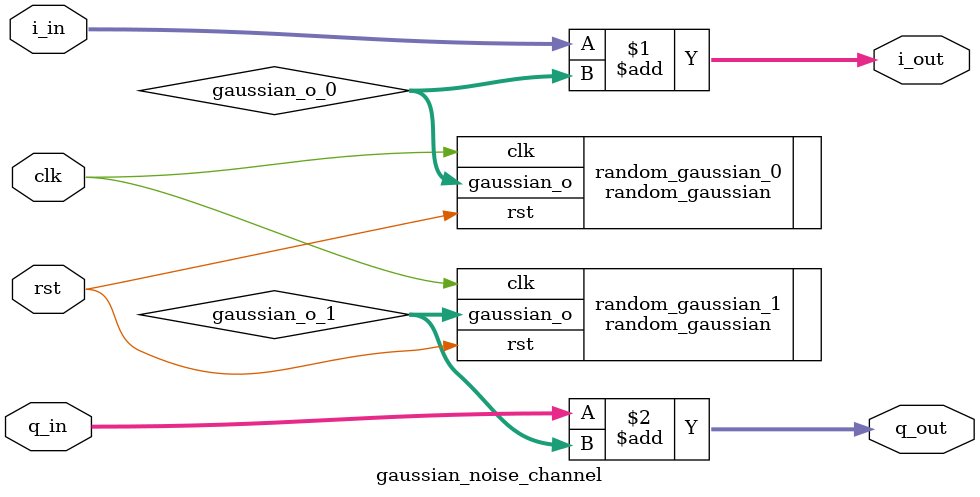
<source format=v>
module gaussian_noise_channel # (
    parameter MEAN = 0,
    parameter STD = 1
) (
    input wire clk,
    input wire rst,
    input wire signed [15:0] i_in,
    input wire signed [15:0] q_in,
    output wire signed [15:0] i_out,
    output wire signed [15:0] q_out
);

    wire signed [15:0] gaussian_o_0;
    random_gaussian # (
        .MEAN(MEAN),
        .STD(STD),
        .SEED(16'b101)
    ) random_gaussian_0 (
        .clk(clk),
        .rst(rst),
        .gaussian_o(gaussian_o_0)
    );
    assign i_out = i_in + gaussian_o_0;

    wire signed [15:0] gaussian_o_1;
    random_gaussian # (
        .MEAN(MEAN),
        .STD(STD),
        .SEED(16'b1110111)
    ) random_gaussian_1 (
        .clk(clk),
        .rst(rst),
        .gaussian_o(gaussian_o_1)
    );
    assign q_out = q_in + gaussian_o_1;
    

    // // Optional: hardcode
    // reg [15:0] addr1;
    // reg [15:0] addr2;
    // always @(posedge clk or posedge rst) begin
    //     if (rst) begin
    //         addr1 <= 0;
    //         addr2 <= 512;
    //     end else begin
    //         if (addr1 == 511) begin
    //             addr1 <= 0;
    //         end else begin
    //             addr1 <= addr1 + 1;
    //         end
    //         if (addr2 == 1023) begin
    //             addr2 <= 512;
    //         end else begin
    //             addr2 <= addr2 + 1;
    //         end
    //     end
    // end
    // wire signed [15:0] random_gaussian_normal_o1;
    // wire signed [15:0] random_gaussian_normal_o2;
    // random_gaussian_normal_lut random_gaussian_normal_lut_0 (
    //     .addr1(addr1),
    //     .addr2(addr2),
    //     .random_gaussian_normal_o1(random_gaussian_normal_o1),
    //     .random_gaussian_normal_o2(random_gaussian_normal_o2)
    // );
    // assign i_out = i_in + random_gaussian_normal_o1 * STD + MEAN;
    // assign q_out = q_in + random_gaussian_normal_o2 * STD + MEAN;

endmodule
</source>
